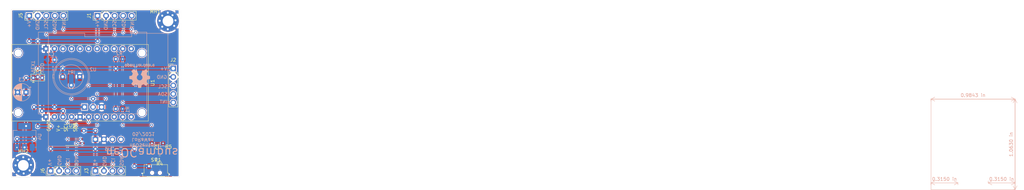
<source format=kicad_pcb>
(kicad_pcb (version 20171130) (host pcbnew 5.1.5+dfsg1-2build2)
  (title_block (title "neOSensor Cubecell_V1") (rev V1))
  (layers (0 F.Cu signal) (31 B.Cu signal) (34 B.Paste user) (35 F.Paste user) (36 B.SilkS user) (37 F.SilkS user) (38 B.Mask user) (39 F.Mask user) (44 Edge.Cuts user))
  (net 0 "")
  (net 1 /ADC)
  (net 2 /GPIO1)
  (net 3 /GPIO2)
  (net 4 /GPIO3)
  (net 5 /RX)
  (net 6 /TX)
  (net 7 /SCK)
  (net 8 /MISO)
  (net 9 /MOSI)
  (net 10 /VIN)
  (net 11 /GND)
  (net 12 /VDD)
  (net 13 /VS*)
  (net 14 /VEXT)
  (net 15 /SDA)
  (net 16 /SCL)
  (net 17 /GPIO4)
  (net 18 /GPIO5)
  (net 19 /RST)
  (net 20 /Vsensor)
  (net 21 "Net-(U5-Pad7)")
  (net 22 "Net-(U5-Pad3)")
  (net 23 "Net-(U5-Pad2)")
  (net 24 "Net-(U5-Pad1)")
  (net 25 /3v3)
  (net 26 /IR)
  (net 27 "Net-(R4-Pad1)")
  (module neosensor_addon:PIR_HC-SR01 (layer B.Cu) (at 69.45 50.5)
    (fp_text reference U2 (at 0 -1.016) (layer B.SilkS) (effects (justify mirror)))
    (fp_text value HC-SR01)
    (pad 3 thru_hole circle (at 2.54 10.16) (size 1.7 1.7) (drill 1) (layers *.Cu *.Mask) (net 11 /GND))
    (pad 2 thru_hole circle (at 0 10.16) (size 1.7 1.7) (drill 1) (layers *.Cu *.Mask) (net 26 /IR))
    (pad 1 thru_hole rect (at -2.54 10.16) (size 1.7 1.7) (drill 1) (layers *.Cu *.Mask) (net 10 /VIN))
  )
  (module neosensor_addon:OLED1.3_I2C (layer B.Cu) (at 73.95 55.45)
    (fp_text reference U3 (at 0 17.78) (layer B.SilkS) (effects (justify mirror)))
    (fp_text value OLED1.3_I2C)
    (pad 1 thru_hole rect (at -3.81 14.859) (size 1.7 1.7) (drill 1) (layers *.Cu *.Mask) (net 20 /Vsensor))
    (pad 2 thru_hole circle (at -1.27 14.859) (size 1.7 1.7) (drill 1) (layers *.Cu *.Mask) (net 11 /GND))
    (pad 3 thru_hole circle (at 1.27 14.859) (size 1.7 1.7) (drill 1) (layers *.Cu *.Mask) (net 16 /SCL))
    (pad 4 thru_hole circle (at 3.81 14.859 90) (size 1.7 1.7) (drill 1) (layers *.Cu *.Mask) (net 15 /SDA))
  )
  (module neosensor_addon:G71Y_µsw_smd (layer F.Cu) (at 88.05926 81.39176 180)
    (fp_text reference SW1 (at -0.127 4.953 180) (layer F.SilkS))
    (fp_text value G71Y)
    (pad 3 smd rect (at -3.81 0.381 180) (size 2 0.8) (layers F.Cu F.Paste F.Mask) (net 11 /GND))
    (pad 3 smd rect (at -4.191 0.762 180) (size 1.27 1.524) (layers F.Cu F.Paste F.Mask) (net 11 /GND))
    (pad 3 smd rect (at 3.683 0.381 180) (size 2 0.8) (layers F.Cu F.Paste F.Mask) (net 11 /GND))
    (pad 3 smd rect (at 4.064 0.762 180) (size 1.27 1.524) (layers F.Cu F.Paste F.Mask) (net 11 /GND))
    (pad 1 smd rect (at -2.227 2.667 180) (size 1.2 2) (drill (offset 0 0.4)) (layers F.Cu F.Paste F.Mask) (net 27 "Net-(R4-Pad1)"))
    (pad 2 smd rect (at 1.973 2.667 180) (size 1.2 2) (drill (offset 0 0.4)) (layers F.Cu F.Paste F.Mask) (net 20 /Vsensor))
    (pad "" np_thru_hole circle (at -1.277 1.1 180) (size 0.8 0.8) (drill 0.8) (layers *.Cu))
    (pad "" np_thru_hole circle (at 1.023 1.1 180) (size 0.8 0.8) (drill 0.8) (layers *.Cu))
  )
  (module neosensor_addon:HTCC-AB01 (layer F.Cu) (at 65.59042 53.4289 90)
    (fp_text reference U1 (at 0 21.59 90) (layer F.SilkS))
    (fp_text value HTCC-AB01)
    (pad 11 thru_hole circle (at -10.16 15.24 90) (size 1.6 1.6) (drill 0.8) (layers *.Cu *.Mask) (net 19 /RST))
    (pad 10 thru_hole circle (at -10.16 12.7 90) (size 1.6 1.6) (drill 0.8) (layers *.Cu *.Mask) (net 18 /GPIO5))
    (pad 9 thru_hole circle (at -10.16 10.16 90) (size 1.6 1.6) (drill 0.8) (layers *.Cu *.Mask) (net 17 /GPIO4))
    (pad 8 thru_hole circle (at -10.16 7.62 90) (size 1.6 1.6) (drill 0.8) (layers *.Cu *.Mask) (net 26 /IR))
    (pad 6 thru_hole circle (at -10.16 2.54 90) (size 1.6 1.6) (drill 0.8) (layers *.Cu *.Mask) (net 16 /SCL))
    (pad 7 thru_hole circle (at -10.16 5.08 90) (size 1.6 1.6) (drill 0.8) (layers *.Cu *.Mask) (net 15 /SDA))
    (pad 5 thru_hole circle (at -10.16 0 90) (size 1.6 1.6) (drill 0.8) (layers *.Cu *.Mask) (net 11 /GND))
    (pad 4 thru_hole circle (at -10.16 -2.54 90) (size 1.6 1.6) (drill 0.8) (layers *.Cu *.Mask) (net 14 /VEXT))
    (pad 2 thru_hole circle (at -10.16 -7.62 90) (size 1.6 1.6) (drill 0.8) (layers *.Cu *.Mask) (net 13 /VS*))
    (pad 3 thru_hole circle (at -10.16 -5.08 90) (size 1.6 1.6) (drill 0.8) (layers *.Cu *.Mask) (net 12 /VDD))
    (pad 1 thru_hole rect (at -10.16 -10.16 90) (size 1.6 1.6) (drill 0.8) (layers *.Cu *.Mask) (net 11 /GND))
    (pad 22 thru_hole rect (at 10.16 -10.16 90) (size 1.6 1.6) (drill 0.8) (layers *.Cu *.Mask) (net 11 /GND))
    (pad 21 thru_hole circle (at 10.16 -7.62 90) (size 1.6 1.6) (drill 0.8) (layers *.Cu *.Mask) (net 10 /VIN))
    (pad 20 thru_hole circle (at 10.16 -5.08 90) (size 1.6 1.6) (drill 0.8) (layers *.Cu *.Mask) (net 9 /MOSI))
    (pad 19 thru_hole circle (at 10.16 -2.54 90) (size 1.6 1.6) (drill 0.8) (layers *.Cu *.Mask) (net 8 /MISO))
    (pad 18 thru_hole circle (at 10.16 0 90) (size 1.6 1.6) (drill 0.8) (layers *.Cu *.Mask) (net 7 /SCK))
    (pad 17 thru_hole circle (at 10.16 2.54 90) (size 1.6 1.6) (drill 0.8) (layers *.Cu *.Mask) (net 6 /TX))
    (pad 16 thru_hole circle (at 10.16 5.08 90) (size 1.6 1.6) (drill 0.8) (layers *.Cu *.Mask) (net 5 /RX))
    (pad 15 thru_hole circle (at 10.16 7.62 90) (size 1.6 1.6) (drill 0.8) (layers *.Cu *.Mask) (net 4 /GPIO3))
    (pad 14 thru_hole circle (at 10.16 10.16 90) (size 1.6 1.6) (drill 0.8) (layers *.Cu *.Mask) (net 3 /GPIO2))
    (pad 13 thru_hole circle (at 10.16 12.7 90) (size 1.6 1.6) (drill 0.8) (layers *.Cu *.Mask) (net 2 /GPIO1))
    (pad 12 thru_hole circle (at 10.16 15.24 90) (size 1.6 1.6) (drill 0.8) (layers *.Cu *.Mask) (net 1 /ADC))
    (pad 0 thru_hole circle (at 8.89 18.415 90) (size 2.54 2.54) (drill 2.19964) (layers *.Cu *.Mask))
    (pad 0 thru_hole circle (at -8.89 18.415 90) (size 2.54 2.54) (drill 2.19964) (layers *.Cu *.Mask))
    (pad 0 thru_hole circle (at -8.89 -18.415 90) (size 2.54 2.54) (drill 2.19964) (layers *.Cu *.Mask))
    (pad 0 thru_hole circle (at 8.89 -18.415 90) (size 2.54 2.54) (drill 2.19964) (layers *.Cu *.Mask))
  )
  (module Connector_PinHeader_2.54mm:PinHeader_1x04_P2.54mm_Vertical (layer F.Cu) (at 56.81218 79.70774 90)
    (fp_text reference J6 (at 0 -2.33 90) (layer F.SilkS))
    (fp_text value Conn_01x04)
    (pad 4 thru_hole oval (at 0 7.62 90) (size 1.7 1.7) (drill 1) (layers *.Cu *.Mask) (net 15 /SDA))
    (pad 3 thru_hole oval (at 0 5.08 90) (size 1.7 1.7) (drill 1) (layers *.Cu *.Mask) (net 16 /SCL))
    (pad 2 thru_hole oval (at 0 2.54 90) (size 1.7 1.7) (drill 1) (layers *.Cu *.Mask) (net 11 /GND))
    (pad 1 thru_hole rect (at 0 0 90) (size 1.7 1.7) (drill 1) (layers *.Cu *.Mask) (net 20 /Vsensor))
  )
  (module Connector_PinHeader_2.54mm:PinHeader_1x05_P2.54mm_Vertical (layer F.Cu) (at 50.4571 33.40608 90)
    (fp_text reference J5 (at 0 -2.54 90) (layer F.SilkS))
    (fp_text value Conn_01x05)
    (pad 5 thru_hole oval (at 0 10.16 90) (size 1.7 1.7) (drill 1) (layers *.Cu *.Mask) (net 2 /GPIO1))
    (pad 4 thru_hole oval (at 0 7.62 90) (size 1.7 1.7) (drill 1) (layers *.Cu *.Mask) (net 15 /SDA))
    (pad 3 thru_hole oval (at 0 5.08 90) (size 1.7 1.7) (drill 1) (layers *.Cu *.Mask) (net 16 /SCL))
    (pad 2 thru_hole oval (at 0 2.54 90) (size 1.7 1.7) (drill 1) (layers *.Cu *.Mask) (net 11 /GND))
    (pad 1 thru_hole rect (at 0 0 90) (size 1.7 1.7) (drill 1) (layers *.Cu *.Mask) (net 20 /Vsensor))
  )
  (module Connector_PinHeader_2.54mm:PinHeader_1x04_P2.54mm_Vertical (layer F.Cu) (at 70.15226 79.70774 90)
    (fp_text reference J3 (at 0 -2.667 90) (layer F.SilkS))
    (fp_text value Conn_01x04)
    (pad 4 thru_hole oval (at 0 7.62 90) (size 1.7 1.7) (drill 1) (layers *.Cu *.Mask) (net 15 /SDA))
    (pad 3 thru_hole oval (at 0 5.08 90) (size 1.7 1.7) (drill 1) (layers *.Cu *.Mask) (net 16 /SCL))
    (pad 2 thru_hole oval (at 0 2.54 90) (size 1.7 1.7) (drill 1) (layers *.Cu *.Mask) (net 11 /GND))
    (pad 1 thru_hole rect (at 0 0 90) (size 1.7 1.7) (drill 1) (layers *.Cu *.Mask) (net 20 /Vsensor))
  )
  (module neosensor_addon:SOIC-8_3.9x5.4mm_P1.27mm_HandSolder (layer F.Cu) (at 63.19012 69.57568)
    (fp_text reference U5 (at 0 -3.4) (layer F.SilkS))
    (fp_text value ATECC508A)
    (pad 8 smd roundrect (at 3.3 -1.905) (size 2.2 0.6) (layers F.Cu F.Paste F.Mask) (net 20 /Vsensor))
    (pad 7 smd roundrect (at 3.3 -0.635) (size 2.2 0.6) (layers F.Cu F.Paste F.Mask) (net 21 "Net-(U5-Pad7)"))
    (pad 6 smd roundrect (at 3.3 0.635) (size 2.2 0.6) (layers F.Cu F.Paste F.Mask) (net 16 /SCL))
    (pad 5 smd roundrect (at 3.3 1.905) (size 2.2 0.6) (layers F.Cu F.Paste F.Mask) (net 15 /SDA))
    (pad 4 smd roundrect (at -3.3 1.905) (size 2.2 0.6) (layers F.Cu F.Paste F.Mask) (net 11 /GND))
    (pad 3 smd roundrect (at -3.3 0.635) (size 2.2 0.6) (layers F.Cu F.Paste F.Mask) (net 22 "Net-(U5-Pad3)"))
    (pad 2 smd roundrect (at -3.3 -0.635) (size 2.2 0.6) (layers F.Cu F.Paste F.Mask) (net 23 "Net-(U5-Pad2)"))
    (pad 1 smd roundrect (at -3.3 -1.905) (size 2.2 0.6) (layers F.Cu F.Paste F.Mask) (net 24 "Net-(U5-Pad1)"))
  )
  (module Connector_PinHeader_2.54mm:PinHeader_1x05_P2.54mm_Vertical (layer F.Cu) (at 93.31706 49.14646)
    (fp_text reference J2 (at 0 -2.54) (layer F.SilkS))
    (fp_text value Conn_01x05)
    (pad 5 thru_hole oval (at 0 10.16) (size 1.7 1.7) (drill 1) (layers *.Cu *.Mask) (net 2 /GPIO1))
    (pad 4 thru_hole oval (at 0 7.62) (size 1.7 1.7) (drill 1) (layers *.Cu *.Mask) (net 15 /SDA))
    (pad 3 thru_hole oval (at 0 5.08) (size 1.7 1.7) (drill 1) (layers *.Cu *.Mask) (net 16 /SCL))
    (pad 2 thru_hole oval (at 0 2.54) (size 1.7 1.7) (drill 1) (layers *.Cu *.Mask) (net 11 /GND))
    (pad 1 thru_hole rect (at 0 0) (size 1.7 1.7) (drill 1) (layers *.Cu *.Mask) (net 20 /Vsensor))
  )
  (module MountingHole:MountingHole_3.2mm_M3_Pad (layer F.Cu) (at 48.7 78.05)
    (fp_text reference MH2 (at 0 -4.2) (layer F.SilkS))
    (fp_text value MountingHole_Pad)
    (pad 1 thru_hole circle (at 0 0) (size 6.4 6.4) (drill 3.2) (layers *.Cu *.Mask) (net 11 /GND))
  )
  (module Connector_PinHeader_2.54mm:PinHeader_1x05_P2.54mm_Vertical (layer F.Cu) (at 70.78472 33.41116 90)
    (fp_text reference J1 (at 0 -2.54 90) (layer F.SilkS))
    (fp_text value Conn_01x05)
    (pad 5 thru_hole oval (at 0 10.16 90) (size 1.7 1.7) (drill 1) (layers *.Cu *.Mask) (net 2 /GPIO1))
    (pad 4 thru_hole oval (at 0 7.62 90) (size 1.7 1.7) (drill 1) (layers *.Cu *.Mask) (net 15 /SDA))
    (pad 3 thru_hole oval (at 0 5.08 90) (size 1.7 1.7) (drill 1) (layers *.Cu *.Mask) (net 16 /SCL))
    (pad 2 thru_hole oval (at 0 2.54 90) (size 1.7 1.7) (drill 1) (layers *.Cu *.Mask) (net 11 /GND))
    (pad 1 thru_hole rect (at 0 0 90) (size 1.7 1.7) (drill 1) (layers *.Cu *.Mask) (net 20 /Vsensor))
  )
  (module Resistor_SMD:R_0805_2012Metric_Pad1.15x1.40mm_HandSolder (layer B.Cu) (at 77.207 61.21146 180)
    (fp_text reference R1 (at -2.549 -0.254 90) (layer B.SilkS) (effects (justify mirror)))
    (fp_text value 10K)
    (pad 2 smd roundrect (at 1.025 0 180) (size 1.15 1.4) (layers B.Cu B.Paste B.Mask) (roundrect_rratio 0.217391) (net 20 /Vsensor))
    (pad 1 smd roundrect (at -1.025 0 180) (size 1.15 1.4) (layers B.Cu B.Paste B.Mask) (roundrect_rratio 0.217391) (net 18 /GPIO5))
  )
  (module Resistor_SMD:R_0805_2012Metric_Pad1.15x1.40mm_HandSolder (layer B.Cu) (at 77.22732 46.35246 180)
    (fp_text reference R2 (at 0 1.65) (layer B.SilkS) (effects (justify mirror)))
    (fp_text value 10K)
    (pad 1 smd roundrect (at -1.025 0 180) (size 1.15 1.4) (layers B.Cu B.Paste B.Mask) (roundrect_rratio 0.217391) (net 2 /GPIO1))
    (pad 2 smd roundrect (at 1.025 0 180) (size 1.15 1.4) (layers B.Cu B.Paste B.Mask) (roundrect_rratio 0.217391) (net 20 /Vsensor))
  )
  (module MountingHole:MountingHole_3.2mm_M3_Pad (layer F.Cu) (at 91.75 35)
    (fp_text reference MH1 (at -3.81 -2.794) (layer F.SilkS))
    (fp_text value MountingHole_Pad)
    (pad 1 thru_hole circle (at 0 0) (size 6.4 6.4) (drill 3.2) (layers *.Cu *.Mask) (net 11 /GND))
  )
  (module Jumper:SolderJumper-3_P1.3mm_Bridged2Bar12_Pad1.0x1.5mm (layer F.Cu) (at 52.99 51.88)
    (fp_text reference JP1 (at 0 -1.8) (layer F.SilkS))
    (fp_text value SolderJumper_3_Bridged12)
    (fp_poly (pts (xy -0.9 0.2) (xy -0.4 0.2) (xy -0.4 0.6) (xy -0.9 0.6)) (layer F.Cu) (width 0))
    (fp_poly (pts (xy -0.9 -0.6) (xy -0.4 -0.6) (xy -0.4 -0.2) (xy -0.9 -0.2)) (layer F.Cu) (width 0))
    (pad 2 smd rect (at 0 0) (size 1 1.5) (layers F.Cu F.Mask) (net 20 /Vsensor))
    (pad 3 smd rect (at 1.3 0) (size 1 1.5) (layers F.Cu F.Mask) (net 12 /VDD))
    (pad 1 smd rect (at -1.3 0) (size 1 1.5) (layers F.Cu F.Mask) (net 25 /3v3))
  )
  (module Resistor_SMD:R_0805_2012Metric_Pad1.15x1.40mm_HandSolder (layer F.Cu) (at 89.27 75.95 180)
    (fp_text reference R4 (at 0 -1.65) (layer F.SilkS))
    (fp_text value 15K)
    (pad 2 smd roundrect (at 1.025 0 180) (size 1.15 1.4) (layers F.Cu F.Paste F.Mask) (roundrect_rratio 0.217391) (net 11 /GND))
    (pad 1 smd roundrect (at -1.025 0 180) (size 1.15 1.4) (layers F.Cu F.Paste F.Mask) (roundrect_rratio 0.217391) (net 27 "Net-(R4-Pad1)"))
  )
  (module Resistor_SMD:R_0805_2012Metric_Pad1.20x1.40mm_HandSolder (layer F.Cu) (at 86.91 72.45 270)
    (fp_text reference C1 (at 0 -1.65 90) (layer F.SilkS))
    (fp_text value 1µF)
    (pad 2 smd roundrect (at 1 0 270) (size 1.2 1.4) (layers F.Cu F.Paste F.Mask) (roundrect_rratio 0.208333) (net 11 /GND))
    (pad 1 smd roundrect (at -1 0 270) (size 1.2 1.4) (layers F.Cu F.Paste F.Mask) (roundrect_rratio 0.208333) (net 18 /GPIO5))
  )
  (module Capacitor_SMD:C_0805_2012Metric_Pad1.15x1.40mm_HandSolder (layer B.Cu) (at 56.935 46.55 180)
    (fp_text reference C2 (at 0 1.65) (layer B.SilkS) (effects (justify mirror)))
    (fp_text value 100nF)
    (pad 2 smd roundrect (at 1.025 0 180) (size 1.15 1.4) (layers B.Cu B.Paste B.Mask) (roundrect_rratio 0.217391) (net 11 /GND))
    (pad 1 smd roundrect (at -1.025 0 180) (size 1.15 1.4) (layers B.Cu B.Paste B.Mask) (roundrect_rratio 0.217391) (net 10 /VIN))
  )
  (module Package_TO_SOT_SMD:SOT-223-3_TabPin2 (layer B.Cu) (at 49.07 69.54 90)
    (fp_text reference U4 (at 0 4.5 -90) (layer B.SilkS) (effects (justify mirror)))
    (fp_text value AMS1117)
    (pad 1 smd rect (at -3.15 2.3 90) (size 2 1.5) (layers B.Cu B.Paste B.Mask) (net 11 /GND))
    (pad 3 smd rect (at -3.15 -2.3 90) (size 2 1.5) (layers B.Cu B.Paste B.Mask) (net 10 /VIN))
    (pad 2 smd rect (at -3.15 0 90) (size 2 1.5) (layers B.Cu B.Paste B.Mask) (net 25 /3v3))
    (pad 2 smd rect (at 3.15 0 90) (size 2 3.8) (layers B.Cu B.Paste B.Mask) (net 25 /3v3))
  )
  (module neosensor_addon:IRsensor_TH_and_smd (layer B.Cu) (at 62.96 51.61)
    (fp_text reference IR1 (at 0 -1.27) (layer B.SilkS) (effects (justify mirror)))
    (fp_text value IRsensor)
    (pad 2 connect roundrect (at 0 1.27) (size 1.524 4) (layers B.Cu B.Mask) (net 26 /IR))
    (pad 3 connect roundrect (at 2.54 1.27) (size 1.524 4) (layers F.Cu F.Mask) (net 11 /GND))
    (pad 1 connect roundrect (at -2.54 1.27) (size 1.524 4) (layers F.Cu F.Mask) (net 20 /Vsensor))
    (pad 1 thru_hole circle (at -2.54 0) (size 1.524 1.524) (drill 0.762) (layers *.Cu *.Mask) (net 20 /Vsensor))
    (pad 2 thru_hole circle (at 0 2.54) (size 1.524 1.524) (drill 0.762) (layers *.Cu *.Mask) (net 26 /IR))
    (pad 3 thru_hole circle (at 2.54 0) (size 1.524 1.524) (drill 0.762) (layers *.Cu *.Mask) (net 11 /GND))
  )
  (module Capacitor_THT:CP_Radial_D5.0mm_P2.50mm (layer B.Cu) (at 49.51 56.25 180)
    (fp_text reference C3 (at 1.25 3.75) (layer B.SilkS) (effects (justify mirror)))
    (fp_text value 100µF)
    (pad 2 thru_hole circle (at 2.5 0 180) (size 1.6 1.6) (drill 0.8) (layers *.Cu *.Mask) (net 11 /GND))
    (pad 1 thru_hole rect (at 0 0 180) (size 1.6 1.6) (drill 0.8) (layers *.Cu *.Mask) (net 25 /3v3))
  )
  (module Resistor_SMD:R_0805_2012Metric_Pad1.15x1.40mm_HandSolder (layer F.Cu) (at 90.29 72.495 270)
    (fp_text reference R5 (at 0 -1.65 180) (layer F.SilkS))
    (fp_text value 15K)
    (pad 2 smd roundrect (at 1.025 0 270) (size 1.15 1.4) (layers F.Cu F.Paste F.Mask) (roundrect_rratio 0.217391) (net 27 "Net-(R4-Pad1)"))
    (pad 1 smd roundrect (at -1.025 0 270) (size 1.15 1.4) (layers F.Cu F.Paste F.Mask) (roundrect_rratio 0.217391) (net 18 /GPIO5))
  )
  (module Symbol:OSHW-Logo2_9.8x8mm_SilkScreen (layer B.Cu) (at 83.31962 51.23434)
    (fp_text reference REF** hide)
    (fp_text value OSHW-Logo2_9.8x8mm_SilkScreen hide)
  )
  (gr_line (start 45.15632 81.55706) (end 95.15632 81.55706) (layer Edge.Cuts) (width 0.05))
  (gr_line (start 95.15632 81.55706) (end 95.15632 31.55706) (layer Edge.Cuts) (width 0.05))
  (gr_line (start 45.15632 31.55706) (end 45.15632 81.55706) (layer Edge.Cuts) (width 0.05))
  (gr_line (start 95.15632 31.55706) (end 45.15632 31.55706) (layer Edge.Cuts) (width 0.05))
  (gr_text 05/2021 (at 84.49818 68.70954 180) (layer B.SilkS) (effects (font (size 1 1)) (justify mirror)))
  (gr_text neOCampus (at 84.02574 74.18578 180) (layer B.SilkS) (effects (font (size 2.5 2.5) (thickness 0.3)) (justify mirror)))
  (gr_text "neOSensor\nLoRaWan" (at 84.26196 71.247 180) (layer B.SilkS) (effects (font (size 1 1)) (justify mirror)))
  (gr_text INT (at 60.84316 35.93846 90) (layer B.SilkS) (effects (font (size 1 1)) (justify mirror)))
  (gr_text SDA (at 58.04916 36.19246 90) (layer B.SilkS) (effects (font (size 1 1)) (justify mirror)))
  (gr_text SCL (at 55.50916 36.19246 90) (layer B.SilkS) (effects (font (size 1 1)) (justify mirror)))
  (gr_text GND (at 52.96916 36.19246 90) (layer B.SilkS) (effects (font (size 1 1)) (justify mirror)))
  (gr_text V+ (at 50.42916 35.93846 90) (layer B.SilkS) (effects (font (size 1 1)) (justify mirror)))
  (gr_text INT (at 81.16316 35.93846 90) (layer B.SilkS) (effects (font (size 1 1)) (justify mirror)))
  (gr_text SDA (at 78.62316 36.19246 90) (layer B.SilkS) (effects (font (size 1 1)) (justify mirror)))
  (gr_text SCL (at 75.82916 36.19246 90) (layer B.SilkS) (effects (font (size 1 1)) (justify mirror)))
  (gr_text GND (at 73.28916 36.19246 90) (layer B.SilkS) (effects (font (size 1 1)) (justify mirror)))
  (gr_text V+ (at 70.74916 35.93846 90) (layer B.SilkS) (effects (font (size 1 1)) (justify mirror)))
  (gr_text INT (at 90.43162 59.10834) (layer B.SilkS) (effects (font (size 1 1)) (justify mirror)))
  (gr_text SDA (at 90.17762 56.82234) (layer B.SilkS) (effects (font (size 1 1)) (justify mirror)))
  (gr_text SCL (at 90.17762 54.53634) (layer B.SilkS) (effects (font (size 1 1)) (justify mirror)))
  (gr_text GND (at 89.92362 51.74234) (layer B.SilkS) (effects (font (size 1 1)) (justify mirror)))
  (gr_text V+ (at 90.43162 49.20234) (layer B.SilkS) (effects (font (size 1 1)) (justify mirror)))
  (gr_text SDA (at 77.93482 76.8477 270) (layer B.SilkS) (effects (font (size 1 1)) (justify mirror)))
  (gr_text SCl (at 75.39482 77.1017 270) (layer B.SilkS) (effects (font (size 1 1)) (justify mirror)))
  (gr_text GND (at 72.85482 76.8477 270) (layer B.SilkS) (effects (font (size 1 1)) (justify mirror)))
  (gr_text V+ (at 70.06082 77.1017 270) (layer B.SilkS) (effects (font (size 1 1)) (justify mirror)))
  (gr_text SDA (at 64.47282 76.8477 270) (layer B.SilkS) (effects (font (size 1 1)) (justify mirror)))
  (gr_text SCl (at 61.93282 77.1017 270) (layer B.SilkS) (effects (font (size 1 1)) (justify mirror)))
  (gr_text GND (at 59.39282 76.5937 270) (layer B.SilkS) (effects (font (size 1 1)) (justify mirror)))
  (gr_text V+ (at 56.59882 77.1017 270) (layer B.SilkS) (effects (font (size 1 1)) (justify mirror)))
  (gr_text GND (at 56.30672 66.41846 90) (layer F.SilkS) (effects (font (size 1 1))))
  (gr_text V+ (at 59.10072 66.92646 90) (layer F.SilkS) (effects (font (size 1 1))))
  (gr_text SCL (at 61.38672 66.67246 90) (layer F.SilkS) (effects (font (size 1 1))))
  (gr_text SDA (at 64.18072 66.67246 90) (layer F.SilkS) (effects (font (size 1 1))))
  (gr_text VDD (at 54.2798 48.93818 270) (layer B.SilkS) (effects (font (size 1 1)) (justify mirror)))
  (gr_text VEXT (at 51.53152 48.6156 270) (layer B.SilkS) (effects (font (size 1 1)) (justify mirror)))
  (dimension 8 (width 0.12) (layer B.SilkS) (gr_text "8,000 mm" (at 339.7769 82.03534) (layer B.SilkS) (effects (font (size 1 1) (thickness 0.15)))) (feature1 (pts (xy 335.7769 83.30534) (xy 335.7769 82.718919))) (feature2 (pts (xy 343.7769 83.30534) (xy 343.7769 82.718919))) (crossbar (pts (xy 343.7769 83.30534) (xy 335.7769 83.30534))) (arrow1a (pts (xy 335.7769 83.30534) (xy 336.903404 82.718919))) (arrow1b (pts (xy 335.7769 83.30534) (xy 336.903404 83.891761))) (arrow2a (pts (xy 343.7769 83.30534) (xy 342.650396 82.718919))) (arrow2b (pts (xy 343.7769 83.30534) (xy 342.650396 83.891761))))
  (dimension 8 (width 0.12) (layer B.SilkS) (gr_text "8,000 mm" (at 322.7769 84.57534) (layer B.SilkS) (effects (font (size 1 1) (thickness 0.15)))) (feature1 (pts (xy 326.7769 83.30534) (xy 326.7769 83.891761))) (feature2 (pts (xy 318.7769 83.30534) (xy 318.7769 83.891761))) (crossbar (pts (xy 318.7769 83.30534) (xy 326.7769 83.30534))) (arrow1a (pts (xy 326.7769 83.30534) (xy 325.650396 83.891761))) (arrow1b (pts (xy 326.7769 83.30534) (xy 325.650396 82.718919))) (arrow2a (pts (xy 318.7769 83.30534) (xy 319.903404 83.891761))) (arrow2b (pts (xy 318.7769 83.30534) (xy 319.903404 82.718919))))
  (gr_line (start 318.7769 85.30534) (end 318.7769 58.30534) (layer B.SilkS) (width 0.12))
  (gr_line (start 343.7769 85.30534) (end 318.7769 85.30534) (layer B.SilkS) (width 0.12))
  (gr_line (start 343.7769 58.30534) (end 343.7769 85.30534) (layer B.SilkS) (width 0.12))
  (gr_line (start 318.7769 58.30534) (end 343.7769 58.30534) (layer B.SilkS) (width 0.12))
  (dimension 27 (width 0.12) (layer B.SilkS) (gr_text "27,000 mm" (at 342.5069 71.80534 270) (layer B.SilkS) (effects (font (size 1 1) (thickness 0.15)))) (feature1 (pts (xy 343.7769 85.30534) (xy 343.190479 85.30534))) (feature2 (pts (xy 343.7769 58.30534) (xy 343.190479 58.30534))) (crossbar (pts (xy 343.7769 58.30534) (xy 343.7769 85.30534))) (arrow1a (pts (xy 343.7769 85.30534) (xy 343.190479 84.178836))) (arrow1b (pts (xy 343.7769 85.30534) (xy 344.363321 84.178836))) (arrow2a (pts (xy 343.7769 58.30534) (xy 343.190479 59.431844))) (arrow2b (pts (xy 343.7769 58.30534) (xy 344.363321 59.431844))))
  (dimension 25 (width 0.12) (layer B.SilkS) (gr_text "25,000 mm" (at 331.2769 59.57534) (layer B.SilkS) (effects (font (size 1 1) (thickness 0.15)))) (feature1 (pts (xy 343.7769 58.30534) (xy 343.7769 58.891761))) (feature2 (pts (xy 318.7769 58.30534) (xy 318.7769 58.891761))) (crossbar (pts (xy 318.7769 58.30534) (xy 343.7769 58.30534))) (arrow1a (pts (xy 343.7769 58.30534) (xy 342.650396 58.891761))) (arrow1b (pts (xy 343.7769 58.30534) (xy 342.650396 57.718919))) (arrow2a (pts (xy 318.7769 58.30534) (xy 319.903404 58.891761))) (arrow2b (pts (xy 318.7769 58.30534) (xy 319.903404 57.718919))))
  (via (at 80.94472 37.46246) (size 0.8) (drill 0.4) (layers F.Cu B.Cu) (net 2))
  (via (at 60.62472 37.46246) (size 0.8) (drill 0.4) (layers F.Cu B.Cu) (net 2))
  (via (at 78.32598 59.2963) (size 0.8) (drill 0.4) (layers F.Cu B.Cu) (net 2))
  (via (at 78.25232 46.35246) (size 0.8) (drill 0.4) (layers F.Cu B.Cu) (net 2))
  (segment (start 60.62472 34.615781) (end 60.62472 35.93846) (width 0.2032) (layer F.Cu) (net 2))
  (segment (start 60.6171 33.40608) (end 60.6171 34.608161) (width 0.2032) (layer F.Cu) (net 2))
  (segment (start 60.62472 35.93846) (end 60.62472 37.46246) (width 0.2032) (layer F.Cu) (net 2))
  (segment (start 60.6171 34.608161) (end 60.62472 34.615781) (width 0.2032) (layer F.Cu) (net 2))
  (segment (start 80.94472 40.77462) (end 78.27264 43.4467) (width 0.2032) (layer F.Cu) (net 2))
  (segment (start 80.94472 33.41116) (end 80.94472 35.93846) (width 0.2032) (layer F.Cu) (net 2))
  (segment (start 80.94472 35.93846) (end 80.94472 37.46246) (width 0.2032) (layer F.Cu) (net 2))
  (segment (start 78.25232 46.35246) (end 78.25232 59.22264) (width 0.2032) (layer F.Cu) (net 2))
  (segment (start 78.25232 59.22264) (end 78.32598 59.2963) (width 0.2032) (layer F.Cu) (net 2))
  (segment (start 93.31706 59.30646) (end 79.67472 59.30646) (width 0.2032) (layer B.Cu) (net 2))
  (segment (start 79.67472 59.30646) (end 79.66456 59.2963) (width 0.2032) (layer B.Cu) (net 2))
  (segment (start 79.66456 59.2963) (end 78.32598 59.2963) (width 0.2032) (layer B.Cu) (net 2))
  (segment (start 80.94472 37.46246) (end 80.94472 40.77462) (width 0.2032) (layer F.Cu) (net 2))
  (segment (start 78.25232 46.35246) (end 78.25232 43.46702) (width 0.2032) (layer F.Cu) (net 2))
  (segment (start 78.25232 43.46702) (end 78.27264 43.4467) (width 0.2032) (layer F.Cu) (net 2))
  (segment (start 60.62472 37.46246) (end 80.94472 37.46246) (width 0.2032) (layer B.Cu) (net 2))
  (via (at 57.98 46.56) (size 1.2) (drill 0.6) (layers F.Cu B.Cu) (net 10))
  (via (at 46.8 72.73) (size 0.8) (drill 0.4) (layers F.Cu B.Cu) (net 10))
  (segment (start 57.97042 46.55042) (end 57.98 46.56) (width 0.6604) (layer F.Cu) (net 10))
  (segment (start 57.97042 43.2689) (end 57.97042 46.55042) (width 0.6604) (layer F.Cu) (net 10))
  (segment (start 57.98 46.56) (end 57.98 60.66) (width 0.6604) (layer F.Cu) (net 10))
  (segment (start 57.98 60.66) (end 57.98 60.66) (width 0.6604) (layer F.Cu) (net 10))
  (via (at 57.98 60.66) (size 1.2) (drill 0.6) (layers F.Cu B.Cu) (net 10))
  (segment (start 57.98 60.66) (end 57.886299 60.566299) (width 0.6604) (layer B.Cu) (net 10))
  (segment (start 57.98 60.66) (end 51.89 60.66) (width 0.6604) (layer B.Cu) (net 10))
  (segment (start 51.89 60.66) (end 51.89 60.66) (width 0.6604) (layer B.Cu) (net 10))
  (via (at 51.89 60.66) (size 1.2) (drill 0.6) (layers F.Cu B.Cu) (net 10))
  (segment (start 51.89 61.508528) (end 51.88 61.518528) (width 0.6604) (layer F.Cu) (net 10))
  (segment (start 51.89 60.66) (end 51.89 61.508528) (width 0.6604) (layer F.Cu) (net 10))
  (segment (start 51.88 61.518528) (end 51.88 70.14) (width 0.6604) (layer F.Cu) (net 10))
  (segment (start 51.88 70.14) (end 51.88 70.14) (width 0.6604) (layer F.Cu) (net 10))
  (via (at 51.88 70.14) (size 1.2) (drill 0.6) (layers F.Cu B.Cu) (net 10))
  (segment (start 51.88 70.14) (end 46.87 70.14) (width 0.6604) (layer B.Cu) (net 10))
  (segment (start 46.87 70.14) (end 46.81 70.14) (width 0.6604) (layer B.Cu) (net 10))
  (via (at 46.87 70.14) (size 1.2) (drill 0.6) (layers F.Cu B.Cu) (net 10))
  (segment (start 46.87 72.66) (end 46.8 72.73) (width 0.6604) (layer F.Cu) (net 10))
  (segment (start 46.87 70.14) (end 46.87 72.66) (width 0.6604) (layer F.Cu) (net 10))
  (segment (start 57.98 60.66) (end 66.91 60.66) (width 0.6604) (layer B.Cu) (net 10))
  (via (at 84.02 80.47) (size 0.8) (drill 0.4) (layers F.Cu B.Cu) (net 11))
  (via (at 92.14 80.72) (size 0.8) (drill 0.4) (layers F.Cu B.Cu) (net 11))
  (via (at 88.2 75.93) (size 0.8) (drill 0.4) (layers F.Cu B.Cu) (net 11))
  (via (at 91.68892 37.46246) (size 1.2) (drill 0.6) (layers F.Cu B.Cu) (net 11))
  (via (at 93.97492 34.79546) (size 1.2) (drill 0.6) (layers F.Cu B.Cu) (net 11))
  (via (at 89.27592 34.92246) (size 1.2) (drill 0.6) (layers F.Cu B.Cu) (net 11))
  (via (at 90.03792 33.39846) (size 1.2) (drill 0.6) (layers F.Cu B.Cu) (net 11))
  (via (at 93.08592 33.27146) (size 1.2) (drill 0.6) (layers F.Cu B.Cu) (net 11))
  (via (at 93.59392 36.44646) (size 1.2) (drill 0.6) (layers F.Cu B.Cu) (net 11))
  (via (at 90.03792 36.70046) (size 1.2) (drill 0.6) (layers F.Cu B.Cu) (net 11))
  (via (at 46.39564 78.05928) (size 1.2) (drill 0.6) (layers F.Cu B.Cu) (net 11))
  (via (at 47.03064 76.53528) (size 1.2) (drill 0.6) (layers F.Cu B.Cu) (net 11))
  (via (at 91.68892 32.50946) (size 1.2) (drill 0.6) (layers F.Cu B.Cu) (net 11))
  (via (at 50.58664 79.58328) (size 1.2) (drill 0.6) (layers F.Cu B.Cu) (net 11))
  (via (at 48.80864 80.47228) (size 1.2) (drill 0.6) (layers F.Cu B.Cu) (net 11))
  (via (at 47.28464 79.83728) (size 1.2) (drill 0.6) (layers F.Cu B.Cu) (net 11))
  (via (at 48.68164 75.64628) (size 1.2) (drill 0.6) (layers F.Cu B.Cu) (net 11))
  (via (at 50.33264 76.28128) (size 1.2) (drill 0.6) (layers F.Cu B.Cu) (net 11))
  (via (at 50.96764 77.93228) (size 1.2) (drill 0.6) (layers F.Cu B.Cu) (net 11))
  (segment (start 60.53582 61.8363) (end 60.53582 63.72352) (width 0.6604) (layer F.Cu) (net 12))
  (segment (start 60.53582 63.72352) (end 60.49264 63.7667) (width 0.6604) (layer F.Cu) (net 12))
  (segment (start 60.52312 61.8236) (end 60.53582 61.8363) (width 0.6604) (layer F.Cu) (net 12))
  (via (at 54.25186 61.85154) (size 1.2) (drill 0.6) (layers F.Cu B.Cu) (net 12))
  (via (at 60.53582 61.8363) (size 1.2) (drill 0.6) (layers F.Cu B.Cu) (net 12))
  (segment (start 54.33086 51.951688) (end 54.33086 61.77254) (width 0.6604) (layer F.Cu) (net 12))
  (segment (start 54.33086 61.77254) (end 54.25186 61.85154) (width 0.6604) (layer F.Cu) (net 12))
  (segment (start 54.25186 61.85154) (end 60.52058 61.85154) (width 0.6604) (layer B.Cu) (net 12))
  (segment (start 60.52058 61.85154) (end 60.53582 61.8363) (width 0.6604) (layer B.Cu) (net 12))
  (segment (start 54.27472 52.007828) (end 54.33086 51.951688) (width 0.6604) (layer F.Cu) (net 12))
  (via (at 54.33086 51.951688) (size 1.2) (drill 0.6) (layers F.Cu B.Cu) (net 12))
  (segment (start 63.04534 63.754) (end 63.03264 63.7667) (width 0.6604) (layer F.Cu) (net 14))
  (segment (start 58.08472 34.615781) (end 58.08472 35.93846) (width 0.2032) (layer F.Cu) (net 15))
  (segment (start 58.0771 34.608161) (end 58.08472 34.615781) (width 0.2032) (layer F.Cu) (net 15))
  (segment (start 77.76972 76.32446) (end 77.77226 76.327) (width 0.2032) (layer F.Cu) (net 15))
  (segment (start 77.77226 76.327) (end 77.77226 79.70774) (width 0.2032) (layer F.Cu) (net 15))
  (segment (start 64.43472 76.32446) (end 64.43218 76.327) (width 0.2032) (layer F.Cu) (net 15))
  (segment (start 64.43218 76.327) (end 64.43218 79.70774) (width 0.2032) (layer F.Cu) (net 15))
  (segment (start 58.08472 38.22446) (end 78.39192 38.22446) (width 0.2032) (layer B.Cu) (net 15))
  (via (at 64.42456 66.04) (size 0.8) (drill 0.4) (layers F.Cu B.Cu) (net 15))
  (segment (start 77.76972 74.80046) (end 77.76972 76.32446) (width 0.2032) (layer F.Cu) (net 15))
  (via (at 77.76972 74.80046) (size 0.8) (drill 0.4) (layers F.Cu B.Cu) (net 15))
  (segment (start 64.43472 74.80046) (end 77.76972 74.80046) (width 0.2032) (layer B.Cu) (net 15))
  (via (at 64.43472 74.80046) (size 0.8) (drill 0.4) (layers F.Cu B.Cu) (net 15))
  (via (at 66.24828 71.51624) (size 0.8) (drill 0.4) (layers F.Cu B.Cu) (net 15))
  (segment (start 64.43726 66.0273) (end 64.42456 66.04) (width 0.2032) (layer B.Cu) (net 15))
  (segment (start 77.78242 74.78776) (end 77.76972 74.80046) (width 0.2032) (layer F.Cu) (net 15))
  (segment (start 78.40472 37.140541) (end 78.41996 37.155781) (width 0.2032) (layer F.Cu) (net 15))
  (segment (start 78.41996 37.155781) (end 78.41996 38.34892) (width 0.2032) (layer F.Cu) (net 15))
  (segment (start 82.1119 38.35786) (end 82.1119 56.72206) (width 0.2032) (layer F.Cu) (net 15))
  (segment (start 82.1119 56.72206) (end 82.1563 56.76646) (width 0.2032) (layer F.Cu) (net 15))
  (via (at 82.1119 38.35786) (size 0.8) (drill 0.4) (layers F.Cu B.Cu) (net 15))
  (segment (start 64.43472 71.53148) (end 66.23304 71.53148) (width 0.2032) (layer B.Cu) (net 15))
  (segment (start 66.23304 71.53148) (end 66.24828 71.51624) (width 0.2032) (layer B.Cu) (net 15))
  (via (at 64.43472 71.53148) (size 0.8) (drill 0.4) (layers F.Cu B.Cu) (net 15))
  (segment (start 64.43472 71.53148) (end 64.43472 70.35546) (width 0.2032) (layer F.Cu) (net 15))
  (segment (start 64.43472 74.80046) (end 64.43472 71.53148) (width 0.2032) (layer F.Cu) (net 15))
  (segment (start 64.43472 70.35546) (end 64.42456 70.3453) (width 0.2032) (layer F.Cu) (net 15))
  (segment (start 64.42456 70.3453) (end 64.42456 66.04) (width 0.2032) (layer F.Cu) (net 15))
  (segment (start 70.66026 66.0273) (end 64.43726 66.0273) (width 0.2032) (layer B.Cu) (net 15))
  (segment (start 78.39192 38.22446) (end 78.52532 38.35786) (width 0.2032) (layer B.Cu) (net 15))
  (via (at 78.41996 38.34892) (size 0.8) (drill 0.4) (layers F.Cu B.Cu) (net 15))
  (segment (start 58.08472 35.93846) (end 58.08472 38.22446) (width 0.2032) (layer F.Cu) (net 15))
  (via (at 58.08472 38.22446) (size 0.8) (drill 0.4) (layers F.Cu B.Cu) (net 15))
  (via (at 70.68566 56.76138) (size 0.8) (drill 0.4) (layers F.Cu B.Cu) (net 15))
  (via (at 70.66026 66.0273) (size 0.8) (drill 0.4) (layers F.Cu B.Cu) (net 15))
  (segment (start 64.43472 76.32446) (end 64.43472 74.80046) (width 0.2032) (layer F.Cu) (net 15))
  (segment (start 70.66026 66.0273) (end 70.66026 63.77432) (width 0.2032) (layer F.Cu) (net 15))
  (segment (start 70.66026 63.77432) (end 70.65264 63.7667) (width 0.2032) (layer F.Cu) (net 15))
  (segment (start 70.68566 56.76138) (end 70.68566 63.73368) (width 0.2032) (layer F.Cu) (net 15))
  (segment (start 70.68566 63.73368) (end 70.65264 63.7667) (width 0.2032) (layer F.Cu) (net 15))
  (segment (start 70.6501 66.03746) (end 70.66026 66.0273) (width 0.2032) (layer B.Cu) (net 15))
  (segment (start 78.40472 33.41116) (end 78.40472 37.140541) (width 0.2032) (layer F.Cu) (net 15))
  (segment (start 58.0771 33.40608) (end 58.0771 34.608161) (width 0.2032) (layer F.Cu) (net 15))
  (segment (start 82.1119 38.35786) (end 82.1119 38.35786) (width 0.2032) (layer B.Cu) (net 15))
  (segment (start 78.52532 38.35786) (end 82.1119 38.35786) (width 0.2032) (layer B.Cu) (net 15))
  (via (at 82.1563 56.76646) (size 0.8) (drill 0.4) (layers F.Cu B.Cu) (net 15))
  (segment (start 82.1563 56.76646) (end 72.05472 56.76646) (width 0.2032) (layer B.Cu) (net 15))
  (segment (start 93.31706 56.76646) (end 82.1563 56.76646) (width 0.2032) (layer B.Cu) (net 15))
  (segment (start 72.05472 56.76646) (end 72.04964 56.76138) (width 0.2032) (layer B.Cu) (net 15))
  (segment (start 72.04964 56.76138) (end 70.68566 56.76138) (width 0.2032) (layer B.Cu) (net 15))
  (segment (start 77.76 74.79074) (end 77.76972 74.80046) (width 0.2032) (layer F.Cu) (net 15))
  (segment (start 77.76 70.309) (end 77.76 74.79074) (width 0.2032) (layer F.Cu) (net 15))
  (segment (start 68.696105 54.22392) (end 68.698645 54.22646) (width 0.2032) (layer B.Cu) (net 16))
  (segment (start 68.698645 54.22646) (end 69.51472 54.22646) (width 0.2032) (layer B.Cu) (net 16))
  (segment (start 91.61272 54.22646) (end 93.31706 54.22646) (width 0.2032) (layer B.Cu) (net 16))
  (segment (start 75.86472 33.41116) (end 75.86472 35.93846) (width 0.2032) (layer F.Cu) (net 16))
  (segment (start 55.5371 33.40608) (end 55.5371 34.608161) (width 0.2032) (layer F.Cu) (net 16))
  (segment (start 55.5371 34.608161) (end 55.54472 34.615781) (width 0.2032) (layer F.Cu) (net 16))
  (segment (start 55.54472 34.615781) (end 55.54472 35.93846) (width 0.2032) (layer F.Cu) (net 16))
  (segment (start 75.22972 77.72146) (end 75.22972 79.7052) (width 0.2032) (layer F.Cu) (net 16))
  (segment (start 75.22972 79.7052) (end 75.23226 79.70774) (width 0.2032) (layer F.Cu) (net 16))
  (segment (start 61.89472 77.72146) (end 61.89472 79.7052) (width 0.2032) (layer F.Cu) (net 16))
  (segment (start 61.89472 79.7052) (end 61.89218 79.70774) (width 0.2032) (layer F.Cu) (net 16))
  (segment (start 61.89472 70.10146) (end 61.89472 76.45146) (width 0.2032) (layer F.Cu) (net 16))
  (segment (start 61.89472 76.45146) (end 61.89472 77.72146) (width 0.2032) (layer F.Cu) (net 16))
  (segment (start 75.86472 35.93846) (end 75.86472 38.98646) (width 0.2032) (layer F.Cu) (net 16))
  (via (at 61.94044 70.23608) (size 0.8) (drill 0.4) (layers F.Cu B.Cu) (net 16))
  (segment (start 61.94044 70.23608) (end 61.94044 70.23608) (width 0.2032) (layer B.Cu) (net 16))
  (segment (start 65.74536 70.23608) (end 61.94044 70.23608) (width 0.2032) (layer B.Cu) (net 16))
  (segment (start 74.50074 40.35044) (end 74.50074 54.1528) (width 0.2032) (layer F.Cu) (net 16))
  (segment (start 68.13042 54.22392) (end 68.13042 63.74892) (width 0.2032) (layer F.Cu) (net 16))
  (segment (start 68.13042 63.74892) (end 68.11264 63.7667) (width 0.2032) (layer F.Cu) (net 16))
  (segment (start 68.11264 65.14084) (end 68.11264 63.7667) (width 0.2032) (layer F.Cu) (net 16))
  (segment (start 68.13042 54.22392) (end 68.696105 54.22392) (width 0.2032) (layer B.Cu) (net 16))
  (via (at 68.11264 65.14084) (size 0.8) (drill 0.4) (layers F.Cu B.Cu) (net 16))
  (via (at 61.8998 65.13068) (size 0.8) (drill 0.4) (layers F.Cu B.Cu) (net 16))
  (segment (start 75.22972 77.72146) (end 61.89472 77.72146) (width 0.2032) (layer B.Cu) (net 16))
  (via (at 61.89472 77.72146) (size 0.8) (drill 0.4) (layers F.Cu B.Cu) (net 16))
  (via (at 75.22972 77.72146) (size 0.8) (drill 0.4) (layers F.Cu B.Cu) (net 16))
  (via (at 65.74536 70.23608) (size 0.8) (drill 0.4) (layers F.Cu B.Cu) (net 16))
  (segment (start 75.24242 77.70876) (end 75.22972 77.72146) (width 0.2032) (layer F.Cu) (net 16))
  (segment (start 55.54472 38.98646) (end 75.86472 38.98646) (width 0.2032) (layer B.Cu) (net 16))
  (via (at 75.86472 38.98646) (size 0.8) (drill 0.4) (layers F.Cu B.Cu) (net 16))
  (segment (start 55.54472 35.93846) (end 55.54472 38.98646) (width 0.2032) (layer F.Cu) (net 16))
  (via (at 55.54472 38.98646) (size 0.8) (drill 0.4) (layers F.Cu B.Cu) (net 16))
  (segment (start 91.61272 54.22646) (end 75.86472 54.22646) (width 0.2032) (layer B.Cu) (net 16))
  (segment (start 75.86472 54.22646) (end 69.51472 54.22646) (width 0.2032) (layer B.Cu) (net 16))
  (via (at 74.50074 54.1528) (size 0.8) (drill 0.4) (layers F.Cu B.Cu) (net 16))
  (via (at 68.13042 54.22392) (size 0.8) (drill 0.4) (layers F.Cu B.Cu) (net 16))
  (segment (start 75.86472 38.98646) (end 74.50074 40.35044) (width 0.2032) (layer F.Cu) (net 16))
  (segment (start 61.8998 65.13068) (end 61.8998 70.09638) (width 0.2032) (layer F.Cu) (net 16))
  (segment (start 61.8998 70.09638) (end 61.89472 70.10146) (width 0.2032) (layer F.Cu) (net 16))
  (segment (start 61.8998 65.13068) (end 68.10248 65.13068) (width 0.2032) (layer B.Cu) (net 16))
  (segment (start 68.10248 65.13068) (end 68.11264 65.14084) (width 0.2032) (layer B.Cu) (net 16))
  (segment (start 75.22 77.71174) (end 75.22972 77.72146) (width 0.2032) (layer F.Cu) (net 16))
  (segment (start 75.22972 70.31872) (end 75.22 70.309) (width 0.2032) (layer F.Cu) (net 16))
  (segment (start 75.22972 77.72146) (end 75.22972 70.31872) (width 0.2032) (layer F.Cu) (net 16))
  (segment (start 86.93 71.47) (end 86.93 71.47) (width 0.2032) (layer F.Cu) (net 18))
  (segment (start 86.93 71.47) (end 86.91 71.45) (width 0.2032) (layer F.Cu) (net 18))
  (segment (start 86.90456 66.82544) (end 86.90456 71.44456) (width 0.2032) (layer F.Cu) (net 18))
  (segment (start 90.29 71.47) (end 90.3 71.48) (width 0.2032) (layer B.Cu) (net 18))
  (via (at 90.3 71.48) (size 0.8) (drill 0.4) (layers F.Cu B.Cu) (net 18))
  (segment (start 86.90456 71.44456) (end 86.93 71.47) (width 0.2032) (layer F.Cu) (net 18))
  (segment (start 86.93 71.47) (end 90.29 71.47) (width 0.2032) (layer B.Cu) (net 18))
  (segment (start 78.232 61.21146) (end 78.232 63.72606) (width 0.2032) (layer F.Cu) (net 18))
  (segment (start 78.232 63.72606) (end 78.27264 63.7667) (width 0.2032) (layer F.Cu) (net 18))
  (via (at 78.232 61.21146) (size 0.8) (drill 0.4) (layers F.Cu B.Cu) (net 18))
  (via (at 86.93 71.47) (size 0.8) (drill 0.4) (layers F.Cu B.Cu) (net 18))
  (segment (start 78.29042 64.72027) (end 78.3 64.72985) (width 0.2032) (layer F.Cu) (net 18))
  (segment (start 78.29042 63.5889) (end 78.29042 64.72027) (width 0.2032) (layer F.Cu) (net 18))
  (segment (start 78.3 64.72985) (end 78.3 66.05) (width 0.2032) (layer F.Cu) (net 18))
  (segment (start 78.3 66.05) (end 78.3 66.05) (width 0.2032) (layer F.Cu) (net 18))
  (via (at 78.3 66.05) (size 0.8) (drill 0.4) (layers F.Cu B.Cu) (net 18))
  (segment (start 78.3 66.05) (end 78.865685 66.05) (width 0.2032) (layer B.Cu) (net 18))
  (segment (start 78.865685 66.05) (end 86.9 66.05) (width 0.2032) (layer B.Cu) (net 18))
  (segment (start 86.9 66.05) (end 86.9 66.05) (width 0.2032) (layer B.Cu) (net 18))
  (via (at 86.9 66.05) (size 0.8) (drill 0.4) (layers F.Cu B.Cu) (net 18))
  (segment (start 86.9 66.82088) (end 86.9 66.05) (width 0.2032) (layer F.Cu) (net 18))
  (segment (start 86.90456 66.82544) (end 86.9 66.82088) (width 0.2032) (layer F.Cu) (net 18))
  (via (at 76.19 61.24) (size 1.2) (drill 0.6) (layers F.Cu B.Cu) (net 20))
  (via (at 76.21 46.33) (size 1.2) (drill 0.6) (layers F.Cu B.Cu) (net 20))
  (via (at 81.75946 78.28946) (size 1.2) (drill 0.6) (layers F.Cu B.Cu) (net 20))
  (via (at 60.4 49.14646) (size 1.2) (drill 0.6) (layers F.Cu B.Cu) (net 20))
  (via (at 81.75946 73.14946) (size 1.2) (drill 0.6) (layers F.Cu B.Cu) (net 20))
  (segment (start 81.75946 73.14946) (end 81.75946 73.14946) (width 0.6604) (layer B.Cu) (net 20))
  (via (at 86.09 78.31) (size 1.2) (drill 0.6) (layers F.Cu B.Cu) (net 20))
  (segment (start 81.75946 73.14946) (end 81.75946 78.28946) (width 0.6604) (layer F.Cu) (net 20))
  (segment (start 86.09 78.31) (end 81.78 78.31) (width 0.6604) (layer B.Cu) (net 20))
  (segment (start 81.78 78.31) (end 81.75946 78.28946) (width 0.6604) (layer B.Cu) (net 20))
  (segment (start 70.14972 73.14946) (end 81.75946 73.14946) (width 0.6604) (layer B.Cu) (net 20))
  (segment (start 81.75946 78.28946) (end 81.75946 78.28946) (width 0.6604) (layer F.Cu) (net 20))
  (segment (start 91.61272 49.14646) (end 93.31706 49.14646) (width 0.6604) (layer B.Cu) (net 20))
  (segment (start 88.56472 49.14646) (end 65.46354 49.14646) (width 0.6604) (layer B.Cu) (net 20))
  (via (at 53 49.15) (size 1.2) (drill 0.6) (layers F.Cu B.Cu) (net 20))
  (segment (start 91.61272 49.14646) (end 88.56472 49.14646) (width 0.6604) (layer B.Cu) (net 20))
  (via (at 70.14972 73.14946) (size 1.2) (drill 0.6) (layers F.Cu B.Cu) (net 20))
  (segment (start 70.14972 73.14946) (end 70.14972 73.14946) (width 0.6604) (layer F.Cu) (net 20))
  (segment (start 56.81472 76.32446) (end 56.81472 73.14946) (width 0.6604) (layer F.Cu) (net 20))
  (segment (start 70.14972 76.32446) (end 70.14972 73.14946) (width 0.6604) (layer F.Cu) (net 20))
  (segment (start 50.46472 38.98646) (end 50.46472 36.44646) (width 0.6604) (layer F.Cu) (net 20))
  (segment (start 53.00472 41.01846) (end 50.46472 41.01846) (width 0.6604) (layer B.Cu) (net 20))
  (via (at 50.46472 41.01846) (size 1.2) (drill 0.6) (layers F.Cu B.Cu) (net 20))
  (via (at 53.00472 41.01846) (size 1.2) (drill 0.6) (layers F.Cu B.Cu) (net 20))
  (segment (start 53.00472 51.68646) (end 53.00472 41.01846) (width 0.6604) (layer F.Cu) (net 20))
  (segment (start 52.97472 51.68646) (end 53.00472 51.68646) (width 0.6604) (layer B.Cu) (net 20))
  (via (at 53.00472 51.68646) (size 1.2) (drill 0.6) (layers F.Cu B.Cu) (net 20))
  (segment (start 70.14972 73.14946) (end 68.50054 73.14946) (width 0.6604) (layer B.Cu) (net 20))
  (via (at 56.84012 73.13422) (size 1.2) (drill 0.6) (layers F.Cu B.Cu) (net 20))
  (segment (start 56.81218 76.327) (end 56.81218 79.70774) (width 0.6604) (layer F.Cu) (net 20))
  (segment (start 53.00472 66.41846) (end 53.00472 51.68646) (width 0.6604) (layer F.Cu) (net 20))
  (via (at 53.00472 66.41846) (size 1.2) (drill 0.6) (layers F.Cu B.Cu) (net 20))
  (via (at 56.84012 66.40322) (size 1.2) (drill 0.6) (layers F.Cu B.Cu) (net 20))
  (segment (start 70.78472 41.01846) (end 70.78472 38.98646) (width 0.6604) (layer F.Cu) (net 20))
  (segment (start 53.00472 41.01846) (end 70.78472 41.01846) (width 0.6604) (layer B.Cu) (net 20))
  (via (at 70.78472 41.01846) (size 1.2) (drill 0.6) (layers F.Cu B.Cu) (net 20))
  (segment (start 50.46472 41.01846) (end 50.46472 38.98646) (width 0.6604) (layer F.Cu) (net 20))
  (segment (start 60.86348 73.13422) (end 56.84012 73.13422) (width 0.6604) (layer B.Cu) (net 20))
  (segment (start 56.84012 66.40322) (end 53.03796 66.40322) (width 0.6604) (layer B.Cu) (net 20))
  (segment (start 53.03796 66.40322) (end 53.02272 66.41846) (width 0.6604) (layer B.Cu) (net 20))
  (segment (start 70.14972 73.14946) (end 70.14972 70.6882) (width 0.6604) (layer F.Cu) (net 20))
  (segment (start 70.14972 70.6882) (end 70.16242 70.6755) (width 0.6604) (layer F.Cu) (net 20))
  (segment (start 65.71384 67.72656) (end 66.71344 67.72656) (width 0.6604) (layer F.Cu) (net 20))
  (segment (start 56.84012 66.40322) (end 56.84012 73.13422) (width 0.6604) (layer F.Cu) (net 20))
  (segment (start 60.87872 73.14946) (end 60.86348 73.13422) (width 0.6604) (layer B.Cu) (net 20))
  (segment (start 70.78472 33.41116) (end 70.78472 35.93846) (width 0.6604) (layer F.Cu) (net 20))
  (segment (start 70.78472 35.93846) (end 70.78472 38.73246) (width 0.6604) (layer F.Cu) (net 20))
  (segment (start 50.4571 33.40608) (end 50.4571 36.43884) (width 0.6604) (layer F.Cu) (net 20))
  (segment (start 50.4571 36.43884) (end 50.46472 36.44646) (width 0.6604) (layer F.Cu) (net 20))
  (segment (start 70.14972 76.32446) (end 70.15226 76.327) (width 0.6604) (layer F.Cu) (net 20))
  (segment (start 70.15226 76.327) (end 70.15226 79.70774) (width 0.6604) (layer F.Cu) (net 20))
  (segment (start 56.81472 76.32446) (end 56.81218 76.327) (width 0.6604) (layer F.Cu) (net 20))
  (segment (start 61.89472 49.14646) (end 65.46354 49.14646) (width 0.6604) (layer B.Cu) (net 20))
  (segment (start 61.89118 49.15) (end 61.89472 49.14646) (width 0.6604) (layer B.Cu) (net 20))
  (segment (start 53 49.15) (end 61.89118 49.15) (width 0.6604) (layer B.Cu) (net 20))
  (segment (start 76.21 61.22) (end 76.19 61.24) (width 0.6604) (layer F.Cu) (net 20))
  (segment (start 76.21 46.33) (end 76.21 49.2) (width 0.6604) (layer F.Cu) (net 20))
  (segment (start 76.21 49.2) (end 76.21 61.22) (width 0.6604) (layer F.Cu) (net 20))
  (via (at 76.21 49.2) (size 1.2) (drill 0.6) (layers F.Cu B.Cu) (net 20))
  (via (at 66.71344 67.72656) (size 1.2) (drill 0.6) (layers F.Cu B.Cu) (net 20))
  (segment (start 66.71852 67.72148) (end 66.71344 67.72656) (width 0.6604) (layer B.Cu) (net 20))
  (segment (start 68.50054 73.14946) (end 60.87872 73.14946) (width 0.6604) (layer B.Cu) (net 20))
  (segment (start 70.12244 67.72656) (end 70.14 67.709) (width 0.6604) (layer B.Cu) (net 20))
  (segment (start 70.14972 69.22912) (end 70.14972 70.6882) (width 0.6604) (layer F.Cu) (net 20))
  (segment (start 70.14 69.2194) (end 70.14972 69.22912) (width 0.6604) (layer F.Cu) (net 20))
  (segment (start 70.14 67.709) (end 70.14 67.709) (width 0.6604) (layer F.Cu) (net 20))
  (segment (start 66.731 67.709) (end 66.71344 67.72656) (width 0.6604) (layer B.Cu) (net 20))
  (segment (start 70.14 67.709) (end 66.731 67.709) (width 0.6604) (layer B.Cu) (net 20))
  (segment (start 60.42 49.16646) (end 60.4 49.14646) (width 0.6604) (layer F.Cu) (net 20))
  (segment (start 60.42 52.88) (end 60.42 49.16646) (width 0.6604) (layer F.Cu) (net 20))
  (segment (start 70.14 67.709) (end 70.14 69.2194) (width 0.6604) (layer F.Cu) (net 20))
  (via (at 70.14 67.709) (size 1.2) (drill 0.6) (layers F.Cu B.Cu) (net 20))
  (via (at 49.07 72.7) (size 1.2) (drill 0.6) (layers F.Cu B.Cu) (net 25))
  (via (at 49.53 66.33) (size 1.2) (drill 0.6) (layers F.Cu B.Cu) (net 25))
  (segment (start 51.73472 52.007828) (end 51.67858 51.951688) (width 0.6604) (layer F.Cu) (net 25))
  (segment (start 51.67858 51.951688) (end 51.67858 51.951688) (width 0.6604) (layer F.Cu) (net 25))
  (via (at 51.67858 51.951688) (size 1.2) (drill 0.6) (layers F.Cu B.Cu) (net 25))
  (segment (start 51.67858 51.951688) (end 49.551688 51.951688) (width 0.6604) (layer B.Cu) (net 25))
  (segment (start 49.551688 51.951688) (end 49.551688 51.951688) (width 0.6604) (layer B.Cu) (net 25))
  (via (at 49.551688 51.951688) (size 1.2) (drill 0.6) (layers F.Cu B.Cu) (net 25))
  (segment (start 49.551688 56.208312) (end 49.51 56.25) (width 0.6604) (layer F.Cu) (net 25))
  (segment (start 49.551688 51.951688) (end 49.551688 56.208312) (width 0.6604) (layer F.Cu) (net 25))
  (segment (start 49.51 66.31) (end 49.53 66.33) (width 0.6604) (layer F.Cu) (net 25))
  (segment (start 49.51 56.25) (end 49.51 66.31) (width 0.6604) (layer F.Cu) (net 25))
  (segment (start 49.07 66.79) (end 49.53 66.33) (width 0.6604) (layer F.Cu) (net 25))
  (segment (start 49.07 72.7) (end 49.07 66.79) (width 0.6604) (layer F.Cu) (net 25))
  (segment (start 73.21042 63.5889) (end 73.21042 62.45753) (width 0.2032) (layer F.Cu) (net 26))
  (segment (start 73.21042 62.45753) (end 73.21 62.45711) (width 0.2032) (layer F.Cu) (net 26))
  (segment (start 73.21 62.45711) (end 73.21 58.19) (width 0.2032) (layer F.Cu) (net 26))
  (segment (start 63 58.19) (end 63 58.19) (width 0.2032) (layer B.Cu) (net 26))
  (segment (start 73.21 58.19) (end 73.21 58.19) (width 0.2032) (layer F.Cu) (net 26))
  (via (at 63 58.19) (size 0.8) (drill 0.4) (layers F.Cu B.Cu) (net 26))
  (segment (start 73.21 58.19) (end 69.46 58.19) (width 0.2032) (layer B.Cu) (net 26))
  (via (at 73.21 58.19) (size 0.8) (drill 0.4) (layers F.Cu B.Cu) (net 26))
  (segment (start 69.46 58.19) (end 63 58.19) (width 0.2032) (layer B.Cu) (net 26))
  (via (at 69.46 58.19) (size 1.2) (drill 0.6) (layers F.Cu B.Cu) (net 26))
  (segment (start 69.46 60.65) (end 69.45 60.66) (width 0.2032) (layer F.Cu) (net 26))
  (segment (start 69.46 58.19) (end 69.46 60.65) (width 0.2032) (layer F.Cu) (net 26))
  (segment (start 62.96 58.15) (end 63 58.19) (width 0.2032) (layer F.Cu) (net 26))
  (segment (start 62.96 54.15) (end 62.96 58.15) (width 0.2032) (layer F.Cu) (net 26))
  (segment (start 90.29 73.52) (end 90.29 75.945) (width 0.2032) (layer F.Cu) (net 27))
  (segment (start 90.295 75.95) (end 90.295 78.71602) (width 0.2032) (layer F.Cu) (net 27))
  (segment (start 90.29 75.945) (end 90.295 75.95) (width 0.2032) (layer F.Cu) (net 27))
  (segment (start 90.295 78.71602) (end 90.28626 78.72476) (width 0.2032) (layer F.Cu) (net 27))
  (zone (net 11) (net_name /GND) (layer F.Cu) (connect_pads (clearance 0.254)) (min_thickness 0.254) (fill yes (arc_segments 32) (thermal_gap 0.508) (thermal_bridge_width 0.508))
    (polygon (pts (xy 95.13062 81.53146) (xy 45.31614 81.4197) (xy 45.18152 31.58236) (xy 95.13062 31.58236)))
  )
  (zone (net 11) (net_name /GND) (layer B.Cu) (connect_pads (clearance 0.254)) (min_thickness 0.254) (fill yes (arc_segments 32) (thermal_gap 0.508) (thermal_bridge_width 0.508))
    (polygon (pts (xy 95.13062 81.53146) (xy 45.18152 81.53146) (xy 45.18152 31.58236) (xy 95.13062 31.58236)))
  )
)
</source>
